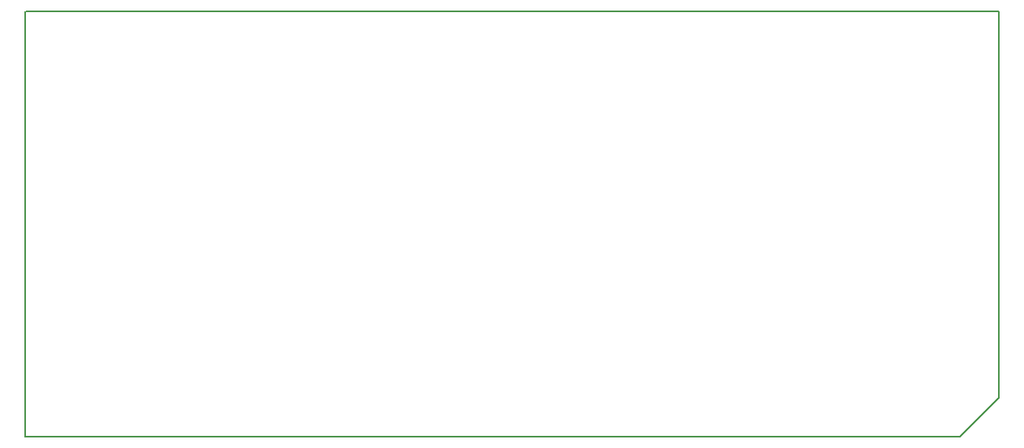
<source format=gm1>
G04 #@! TF.FileFunction,Profile,NP*
%FSLAX46Y46*%
G04 Gerber Fmt 4.6, Leading zero omitted, Abs format (unit mm)*
G04 Created by KiCad (PCBNEW 0.201511171411+6319~30~ubuntu15.10.1-product) date Fr 04 Dez 2015 11:26:38 CET*
%MOMM*%
G01*
G04 APERTURE LIST*
%ADD10C,0.100000*%
%ADD11C,0.150000*%
G04 APERTURE END LIST*
D10*
D11*
X121920000Y-82296000D02*
X121920000Y-37846000D01*
X219456000Y-82296000D02*
X121920000Y-82296000D01*
X223520000Y-78232000D02*
X219456000Y-82296000D01*
X223520000Y-37846000D02*
X223520000Y-78232000D01*
X122047000Y-37846000D02*
X223520000Y-37846000D01*
M02*

</source>
